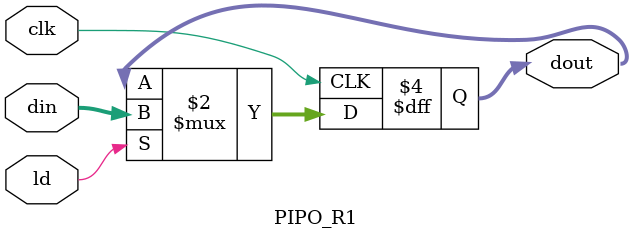
<source format=v>
module PIPO_R1 (dout, din, ld, clk);
	input [15:0] din;
	input ld, clk;
	output reg [15:0] dout;

	always @(posedge clk)
		if (ld) dout <= din;
endmodule		
</source>
